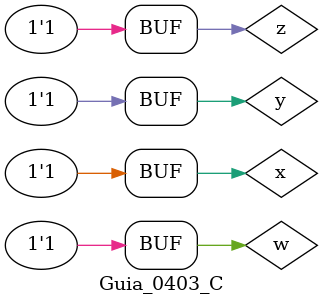
<source format=v>
/**
 * @file Guia_0403_C.v
 * @author 784778 - Wallace Freitas Oliveira (https://github.com/Olivwallace)
 * @brief Guia 04 Exercicio 03 - Arquitetura de Computadores I (PUC-Minas 1°/2023)
 * @date 03-03-2023
 */

`timescale 1ps/1ps
 `include "Guia_0403.v"

 module Guia_0403_C;
    reg x, y, w, z;
    wire s1;

    //Instanciamento
    Questao_C C (s1, x, y, w, z);

    //Inicializacao de Valores
    initial begin
        x = 1'b0; y = 1'b0; w = 1'b0; z = 1'b0;
    end

    //Principal
    initial begin : main
        
        
        $display("Teste Guia_0403 - Expressao Booleana - C");
        
        //Questao C;
        $display("\nc) f (x,y,w,z) = S m ( 1, 3, 4, 6, 9, 12, 14 ) \n");
        
        //Monitoramento
        $display("|  x  y  w  z |  S  |");
        $monitor("| %2b %2b %2b %2b | %2b  |", x, y, w, z, s1);

         //Sinalizacao
        #1 x=0; y=0; w=0; z=0; //0
        #1 x=0; y=0; w=0; z=1; //1
        #1 x=0; y=0; w=1; z=0; //2
        #1 x=0; y=0; w=1; z=1; //3
        #1 x=0; y=1; w=0; z=0; //4
        #1 x=0; y=1; w=0; z=1; //5
        #1 x=0; y=1; w=1; z=0; //6
        #1 x=0; y=1; w=1; z=1; //7
        #1 x=1; y=0; w=0; z=0; //8
        #1 x=1; y=0; w=0; z=1; //9
        #1 x=1; y=0; w=1; z=0; //A
        #1 x=1; y=0; w=1; z=1; //B
        #1 x=1; y=1; w=0; z=0; //C
        #1 x=1; y=1; w=0; z=1; //D
        #1 x=1; y=1; w=1; z=0; //E
        #1 x=1; y=1; w=1; z=1; //F
    end

 endmodule
</source>
